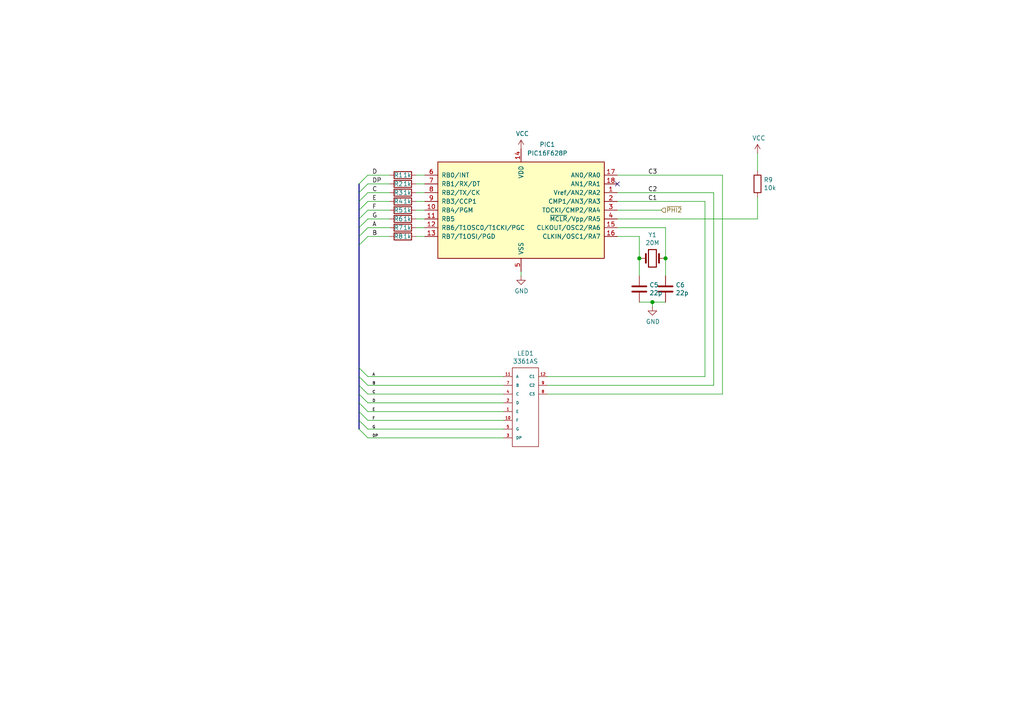
<source format=kicad_sch>
(kicad_sch (version 20201015) (generator eeschema)
  (paper "A4")
  (lib_symbols
    (symbol "Device:C" (pin_numbers hide) (pin_names (offset 0.254))
      (property "Reference" "C" (at 0.635 2.54 0))
      (property "Value" "C" (at 0.635 -2.54 0))
      (symbol "C_0_1"
        (polyline (pts (xy -2.032 -0.762) (xy 2.032 -0.762)) (stroke (width 0.508)))
        (polyline (pts (xy -2.032 0.762) (xy 2.032 0.762)) (stroke (width 0.508)))
      )
      (symbol "C_1_1"
        (pin passive line (at 0 3.81 270) (length 2.794) (name "~") (number "1"))
        (pin passive line (at 0 -3.81 90) (length 2.794) (name "~") (number "2"))
      )
    )
    (symbol "Device:Crystal" (pin_numbers hide) (pin_names (offset 1.016) hide)
      (property "Reference" "Y" (at 0 3.81 0))
      (property "Value" "Crystal" (at 0 -3.81 0))
      (symbol "Crystal_0_1"
        (rectangle (start -1.143 2.54) (end 1.143 -2.54) (stroke (width 0.3048)))
        (polyline (pts (xy -2.54 0) (xy -1.905 0)))
        (polyline (pts (xy -1.905 -1.27) (xy -1.905 1.27)) (stroke (width 0.508)))
        (polyline (pts (xy 1.905 -1.27) (xy 1.905 1.27)) (stroke (width 0.508)))
        (polyline (pts (xy 2.54 0) (xy 1.905 0)))
      )
      (symbol "Crystal_1_1"
        (pin passive line (at -3.81 0 0) (length 1.27) (name "1") (number "1"))
        (pin passive line (at 3.81 0 180) (length 1.27) (name "2") (number "2"))
      )
    )
    (symbol "Device:R" (pin_numbers hide) (pin_names (offset 0))
      (property "Reference" "R" (at 2.032 0 90))
      (property "Value" "R" (at 0 0 90))
      (symbol "R_0_1"
        (rectangle (start -1.016 -2.54) (end 1.016 2.54) (stroke (width 0.254)))
      )
      (symbol "R_1_1"
        (pin passive line (at 0 3.81 270) (length 1.27) (name "~") (number "1"))
        (pin passive line (at 0 -3.81 90) (length 1.27) (name "~") (number "2"))
      )
    )
    (symbol "MCU_Microchip_PIC16:PIC16F628-xxIP" (pin_names (offset 1.016))
      (property "Reference" "U" (at -24.13 17.78 0))
      (property "Value" "PIC16F628-xxIP" (at -24.13 15.24 0))
      (symbol "PIC16F628-xxIP_0_1"
        (rectangle (start 24.13 13.97) (end -24.13 -13.97) (stroke (width 0.254)) (fill (type background)))
      )
      (symbol "PIC16F628-xxIP_1_1"
        (pin bidirectional line (at 27.94 5.08 180) (length 3.81) (name "Vref/AN2/RA2") (number "1"))
        (pin bidirectional line (at -27.94 0 0) (length 3.81) (name "RB4/PGM") (number "10"))
        (pin bidirectional line (at -27.94 -2.54 0) (length 3.81) (name "RB5") (number "11"))
        (pin bidirectional line (at -27.94 -5.08 0) (length 3.81) (name "RB6/T1OSC0/T1CKI/PGC") (number "12"))
        (pin bidirectional line (at -27.94 -7.62 0) (length 3.81) (name "RB7/T1OSI/PGD") (number "13"))
        (pin power_in line (at 0 17.78 270) (length 3.81) (name "VDD") (number "14"))
        (pin bidirectional line (at 27.94 -5.08 180) (length 3.81) (name "CLKOUT/OSC2/RA6") (number "15"))
        (pin bidirectional line (at 27.94 -7.62 180) (length 3.81) (name "CLKIN/OSC1/RA7") (number "16"))
        (pin bidirectional line (at 27.94 10.16 180) (length 3.81) (name "AN0/RA0") (number "17"))
        (pin bidirectional line (at 27.94 7.62 180) (length 3.81) (name "AN1/RA1") (number "18"))
        (pin bidirectional line (at 27.94 2.54 180) (length 3.81) (name "CMP1/AN3/RA3") (number "2"))
        (pin bidirectional line (at 27.94 0 180) (length 3.81) (name "TOCKI/CMP2/RA4") (number "3"))
        (pin input line (at 27.94 -2.54 180) (length 3.81) (name "~MCLR~/Vpp/RA5") (number "4"))
        (pin power_in line (at 0 -17.78 90) (length 3.81) (name "VSS") (number "5"))
        (pin bidirectional line (at -27.94 10.16 0) (length 3.81) (name "RB0/INT") (number "6"))
        (pin bidirectional line (at -27.94 7.62 0) (length 3.81) (name "RB1/RX/DT") (number "7"))
        (pin bidirectional line (at -27.94 5.08 0) (length 3.81) (name "RB2/TX/CK") (number "8"))
        (pin bidirectional line (at -27.94 2.54 0) (length 3.81) (name "RB3/CCP1") (number "9"))
      )
    )
    (symbol "power:GND" (power) (pin_names (offset 0))
      (property "Value" "GND" (at 0 -3.81 0))
      (symbol "GND_0_1"
        (polyline (pts (xy 0 0) (xy 0 -1.27) (xy 1.27 -1.27) (xy 0 -2.54) (xy -1.27 -1.27) (xy 0 -1.27)))
      )
      (symbol "GND_1_1"
        (pin power_in line (at 0 0 270) (length 0) hide (name "GND") (number "1"))
      )
    )
    (symbol "power:VCC" (power) (pin_names (offset 0))
      (property "Value" "VCC" (at 0 3.81 0))
      (symbol "VCC_0_1"
        (polyline (pts (xy -0.762 1.27) (xy 0 2.54)))
        (polyline (pts (xy 0 0) (xy 0 2.54)))
        (polyline (pts (xy 0 2.54) (xy 0.762 1.27)))
      )
      (symbol "VCC_1_1"
        (pin power_in line (at 0 0 90) (length 0) hide (name "VCC") (number "1"))
      )
    )
    (symbol "sbc6526:3361AS" (pin_names (offset 1.016))
      (property "Reference" "LED" (at 0 -17.78 0))
      (property "Value" "3361AS" (at 0 7.62 0))
      (symbol "3361AS_0_1"
        (rectangle (start -3.81 6.35) (end 3.81 -16.51))
      )
      (symbol "3361AS_1_1"
        (pin input line (at -6.35 -6.35 0) (length 2.54) (name "E") (number "1"))
        (pin input line (at -6.35 -8.89 0) (length 2.54) (name "F") (number "10"))
        (pin input line (at -6.35 3.81 0) (length 2.54) (name "A") (number "11"))
        (pin input line (at 6.35 3.81 180) (length 2.54) (name "C1") (number "12"))
        (pin input line (at -6.35 -3.81 0) (length 2.54) (name "D") (number "2"))
        (pin input line (at -6.35 -13.97 0) (length 2.54) (name "DP") (number "3"))
        (pin input line (at -6.35 -1.27 0) (length 2.54) (name "C") (number "4"))
        (pin input line (at -6.35 -11.43 0) (length 2.54) (name "G") (number "5"))
        (pin input line (at -6.35 1.27 0) (length 2.54) (name "B") (number "7"))
        (pin input line (at 6.35 -1.27 180) (length 2.54) (name "C3") (number "8"))
        (pin input line (at 6.35 1.27 180) (length 2.54) (name "C2") (number "9"))
      )
    )
  )
  (junction (at 185.42 74.93) (diameter 1.016))
  (junction (at 189.23 87.63) (diameter 1.016))
  (junction (at 193.04 74.93) (diameter 1.016))
  (no_connect (at 179.07 53.34))
  (bus_entry (at 106.68 50.8) (size -2.54 2.54) (stroke (width 0.1524)))
  (bus_entry (at 106.68 53.34) (size -2.54 2.54) (stroke (width 0.1524)))
  (bus_entry (at 106.68 55.88) (size -2.54 2.54) (stroke (width 0.1524)))
  (bus_entry (at 106.68 58.42) (size -2.54 2.54) (stroke (width 0.1524)))
  (bus_entry (at 106.68 60.96) (size -2.54 2.54) (stroke (width 0.1524)))
  (bus_entry (at 106.68 63.5) (size -2.54 2.54) (stroke (width 0.1524)))
  (bus_entry (at 106.68 66.04) (size -2.54 2.54) (stroke (width 0.1524)))
  (bus_entry (at 106.68 68.58) (size -2.54 2.54) (stroke (width 0.1524)))
  (bus_entry (at 106.68 109.22) (size -2.54 -2.54) (stroke (width 0.1524)))
  (bus_entry (at 106.68 111.76) (size -2.54 -2.54) (stroke (width 0.1524)))
  (bus_entry (at 106.68 114.3) (size -2.54 -2.54) (stroke (width 0.1524)))
  (bus_entry (at 106.68 116.84) (size -2.54 -2.54) (stroke (width 0.1524)))
  (bus_entry (at 106.68 119.38) (size -2.54 -2.54) (stroke (width 0.1524)))
  (bus_entry (at 106.68 121.92) (size -2.54 -2.54) (stroke (width 0.1524)))
  (bus_entry (at 106.68 124.46) (size -2.54 -2.54) (stroke (width 0.1524)))
  (bus_entry (at 106.68 127) (size -2.54 -2.54) (stroke (width 0.1524)))
  (wire (pts (xy 106.68 50.8) (xy 113.03 50.8)))
  (wire (pts (xy 106.68 53.34) (xy 113.03 53.34)))
  (wire (pts (xy 106.68 55.88) (xy 113.03 55.88)))
  (wire (pts (xy 106.68 58.42) (xy 113.03 58.42)))
  (wire (pts (xy 106.68 60.96) (xy 113.03 60.96)))
  (wire (pts (xy 106.68 63.5) (xy 113.03 63.5)))
  (wire (pts (xy 106.68 66.04) (xy 113.03 66.04)))
  (wire (pts (xy 106.68 68.58) (xy 113.03 68.58)))
  (wire (pts (xy 123.19 50.8) (xy 120.65 50.8)))
  (wire (pts (xy 123.19 53.34) (xy 120.65 53.34)))
  (wire (pts (xy 123.19 55.88) (xy 120.65 55.88)))
  (wire (pts (xy 123.19 58.42) (xy 120.65 58.42)))
  (wire (pts (xy 123.19 60.96) (xy 120.65 60.96)))
  (wire (pts (xy 123.19 63.5) (xy 120.65 63.5)))
  (wire (pts (xy 123.19 66.04) (xy 120.65 66.04)))
  (wire (pts (xy 123.19 68.58) (xy 120.65 68.58)))
  (wire (pts (xy 146.05 109.22) (xy 106.68 109.22)))
  (wire (pts (xy 146.05 111.76) (xy 106.68 111.76)))
  (wire (pts (xy 146.05 114.3) (xy 106.68 114.3)))
  (wire (pts (xy 146.05 116.84) (xy 106.68 116.84)))
  (wire (pts (xy 146.05 119.38) (xy 106.68 119.38)))
  (wire (pts (xy 146.05 121.92) (xy 106.68 121.92)))
  (wire (pts (xy 146.05 124.46) (xy 106.68 124.46)))
  (wire (pts (xy 146.05 127) (xy 106.68 127)))
  (wire (pts (xy 151.13 78.74) (xy 151.13 80.01)))
  (wire (pts (xy 158.75 109.22) (xy 204.47 109.22)))
  (wire (pts (xy 158.75 111.76) (xy 207.01 111.76)))
  (wire (pts (xy 158.75 114.3) (xy 209.55 114.3)))
  (wire (pts (xy 179.07 58.42) (xy 204.47 58.42)))
  (wire (pts (xy 179.07 60.96) (xy 191.77 60.96)))
  (wire (pts (xy 179.07 63.5) (xy 219.71 63.5)))
  (wire (pts (xy 179.07 68.58) (xy 185.42 68.58)))
  (wire (pts (xy 185.42 68.58) (xy 185.42 74.93)))
  (wire (pts (xy 185.42 74.93) (xy 185.42 80.01)))
  (wire (pts (xy 185.42 87.63) (xy 189.23 87.63)))
  (wire (pts (xy 189.23 87.63) (xy 189.23 88.9)))
  (wire (pts (xy 189.23 87.63) (xy 193.04 87.63)))
  (wire (pts (xy 193.04 66.04) (xy 179.07 66.04)))
  (wire (pts (xy 193.04 74.93) (xy 193.04 66.04)))
  (wire (pts (xy 193.04 80.01) (xy 193.04 74.93)))
  (wire (pts (xy 204.47 58.42) (xy 204.47 109.22)))
  (wire (pts (xy 207.01 55.88) (xy 179.07 55.88)))
  (wire (pts (xy 207.01 55.88) (xy 207.01 111.76)))
  (wire (pts (xy 209.55 50.8) (xy 179.07 50.8)))
  (wire (pts (xy 209.55 50.8) (xy 209.55 114.3)))
  (wire (pts (xy 219.71 49.53) (xy 219.71 44.45)))
  (wire (pts (xy 219.71 63.5) (xy 219.71 57.15)))
  (bus (pts (xy 104.14 53.34) (xy 104.14 55.88)))
  (bus (pts (xy 104.14 55.88) (xy 104.14 58.42)))
  (bus (pts (xy 104.14 58.42) (xy 104.14 60.96)))
  (bus (pts (xy 104.14 60.96) (xy 104.14 63.5)))
  (bus (pts (xy 104.14 63.5) (xy 104.14 66.04)))
  (bus (pts (xy 104.14 66.04) (xy 104.14 68.58)))
  (bus (pts (xy 104.14 68.58) (xy 104.14 71.12)))
  (bus (pts (xy 104.14 71.12) (xy 104.14 106.68)))
  (bus (pts (xy 104.14 106.68) (xy 104.14 109.22)))
  (bus (pts (xy 104.14 109.22) (xy 104.14 111.76)))
  (bus (pts (xy 104.14 111.76) (xy 104.14 114.3)))
  (bus (pts (xy 104.14 114.3) (xy 104.14 116.84)))
  (bus (pts (xy 104.14 116.84) (xy 104.14 119.38)))
  (bus (pts (xy 104.14 119.38) (xy 104.14 121.92)))
  (bus (pts (xy 104.14 121.92) (xy 104.14 124.46)))
  (label "D" (at 107.95 50.8 0))
  (label "DP" (at 107.95 53.34 0))
  (label "C" (at 107.95 55.88 0))
  (label "E" (at 107.95 58.42 0))
  (label "F" (at 107.95 60.96 0))
  (label "G" (at 107.95 63.5 0))
  (label "A" (at 107.95 66.04 0))
  (label "B" (at 107.95 68.58 0))
  (label "A" (at 107.95 109.22 0) (effects (font (size 0.7874 0.7874))))
  (label "B" (at 107.95 111.76 0) (effects (font (size 0.7874 0.7874))))
  (label "C" (at 107.95 114.3 0) (effects (font (size 0.7874 0.7874))))
  (label "D" (at 107.95 116.84 0) (effects (font (size 0.7874 0.7874))))
  (label "E" (at 107.95 119.38 0) (effects (font (size 0.7874 0.7874))))
  (label "F" (at 107.95 121.92 0) (effects (font (size 0.7874 0.7874))))
  (label "G" (at 107.95 124.46 0) (effects (font (size 0.7874 0.7874))))
  (label "DP" (at 107.95 127 0) (effects (font (size 0.7874 0.7874))))
  (label "C3" (at 187.96 50.8 0))
  (label "C2" (at 187.96 55.88 0))
  (label "C1" (at 187.96 58.42 0))
  (hierarchical_label "~PHI2" (shape input) (at 191.77 60.96 0))
  (symbol (lib_id "power:VCC") (at 151.13 43.18 0) (unit 1)
    (property "Reference" "#PWR0137" (effects hide))
    (property "Value" "VCC" (at 151.511 38.7858 0))
  )
  (symbol (lib_id "power:VCC") (at 219.71 44.45 0) (unit 1)
    (property "Reference" "#PWR0139" (effects hide))
    (property "Value" "VCC" (at 220.091 40.0558 0))
  )
  (symbol (lib_id "power:GND") (at 151.13 80.01 0) (unit 1)
    (property "Reference" "#PWR0138" (effects hide))
    (property "Value" "GND" (at 151.257 84.4042 0))
  )
  (symbol (lib_id "power:GND") (at 189.23 88.9 0) (unit 1)
    (property "Reference" "#PWR0140" (effects hide))
    (property "Value" "GND" (at 189.357 93.2942 0))
  )
  (symbol (lib_id "Device:R") (at 116.84 50.8 270) (unit 1)
    (property "Reference" "R1" (at 115.57 50.8 90))
    (property "Value" "1k" (at 118.11 50.8 90))
    (property "Footprint" "Resistor_SMD:R_0805_2012Metric_Pad1.20x1.40mm_HandSolder" (effects hide))
  )
  (symbol (lib_id "Device:R") (at 116.84 53.34 270) (unit 1)
    (property "Reference" "R2" (at 115.57 53.34 90))
    (property "Value" "1k" (at 118.11 53.34 90))
    (property "Footprint" "Resistor_SMD:R_0805_2012Metric_Pad1.20x1.40mm_HandSolder" (effects hide))
  )
  (symbol (lib_id "Device:R") (at 116.84 55.88 270) (unit 1)
    (property "Reference" "R3" (at 115.57 55.88 90))
    (property "Value" "1k" (at 118.11 55.88 90))
    (property "Footprint" "Resistor_SMD:R_0805_2012Metric_Pad1.20x1.40mm_HandSolder" (effects hide))
  )
  (symbol (lib_id "Device:R") (at 116.84 58.42 270) (unit 1)
    (property "Reference" "R4" (at 115.57 58.42 90))
    (property "Value" "1k" (at 118.11 58.42 90))
    (property "Footprint" "Resistor_SMD:R_0805_2012Metric_Pad1.20x1.40mm_HandSolder" (effects hide))
  )
  (symbol (lib_id "Device:R") (at 116.84 60.96 270) (unit 1)
    (property "Reference" "R5" (at 115.57 60.96 90))
    (property "Value" "1k" (at 118.11 60.96 90))
    (property "Footprint" "Resistor_SMD:R_0805_2012Metric_Pad1.20x1.40mm_HandSolder" (effects hide))
  )
  (symbol (lib_id "Device:R") (at 116.84 63.5 270) (unit 1)
    (property "Reference" "R6" (at 115.57 63.5 90))
    (property "Value" "1k" (at 118.11 63.5 90))
    (property "Footprint" "Resistor_SMD:R_0805_2012Metric_Pad1.20x1.40mm_HandSolder" (effects hide))
  )
  (symbol (lib_id "Device:R") (at 116.84 66.04 270) (unit 1)
    (property "Reference" "R7" (at 115.57 66.04 90))
    (property "Value" "1k" (at 118.11 66.04 90))
    (property "Footprint" "Resistor_SMD:R_0805_2012Metric_Pad1.20x1.40mm_HandSolder" (effects hide))
  )
  (symbol (lib_id "Device:R") (at 116.84 68.58 270) (unit 1)
    (property "Reference" "R8" (at 115.57 68.58 90))
    (property "Value" "1k" (at 118.11 68.58 90))
    (property "Footprint" "Resistor_SMD:R_0805_2012Metric_Pad1.20x1.40mm_HandSolder" (effects hide))
  )
  (symbol (lib_id "Device:R") (at 219.71 53.34 0) (unit 1)
    (property "Reference" "R9" (at 221.488 52.1716 0) (effects (justify left)))
    (property "Value" "10k" (at 221.488 54.483 0) (effects (justify left)))
    (property "Footprint" "Resistor_SMD:R_0805_2012Metric_Pad1.20x1.40mm_HandSolder" (effects hide))
  )
  (symbol (lib_id "Device:C") (at 185.42 83.82 0) (unit 1)
    (property "Reference" "C5" (at 188.341 82.6516 0) (effects (justify left)))
    (property "Value" "22p" (at 188.341 84.963 0) (effects (justify left)))
    (property "Footprint" "Capacitor_SMD:C_0805_2012Metric_Pad1.18x1.45mm_HandSolder" (effects hide))
  )
  (symbol (lib_id "Device:C") (at 193.04 83.82 0) (unit 1)
    (property "Reference" "C6" (at 195.961 82.6516 0) (effects (justify left)))
    (property "Value" "22p" (at 195.961 84.963 0) (effects (justify left)))
    (property "Footprint" "Capacitor_SMD:C_0805_2012Metric_Pad1.18x1.45mm_HandSolder" (effects hide))
  )
  (symbol (lib_id "Device:Crystal") (at 189.23 74.93 0) (unit 1)
    (property "Reference" "Y1" (at 189.23 68.1228 0))
    (property "Value" "20M" (at 189.23 70.4342 0))
    (property "Footprint" "Resistor_THT:R_Axial_DIN0204_L3.6mm_D1.6mm_P5.08mm_Horizontal" (effects hide))
  )
  (symbol (lib_id "sbc6526:3361AS") (at 152.4 113.03 0) (unit 1)
    (property "Reference" "LED1" (at 152.4 102.489 0))
    (property "Value" "3361AS" (at 152.4 104.8004 0))
    (property "Footprint" "sbc6526:3digit-7segment3361" (effects hide))
  )
  (symbol (lib_id "MCU_Microchip_PIC16:PIC16F628-xxIP") (at 151.13 60.96 0) (unit 1)
    (property "Reference" "PIC1" (at 158.75 41.91 0))
    (property "Value" "PIC16F628P" (at 158.75 44.45 0))
    (property "Footprint" "Package_DIP:DIP-18_W7.62mm" (effects hide))
    (property "Datasheet" "http://ww1.microchip.com/downloads/en/DeviceDoc/40300c.pdf" (effects hide))
  )
)
</source>
